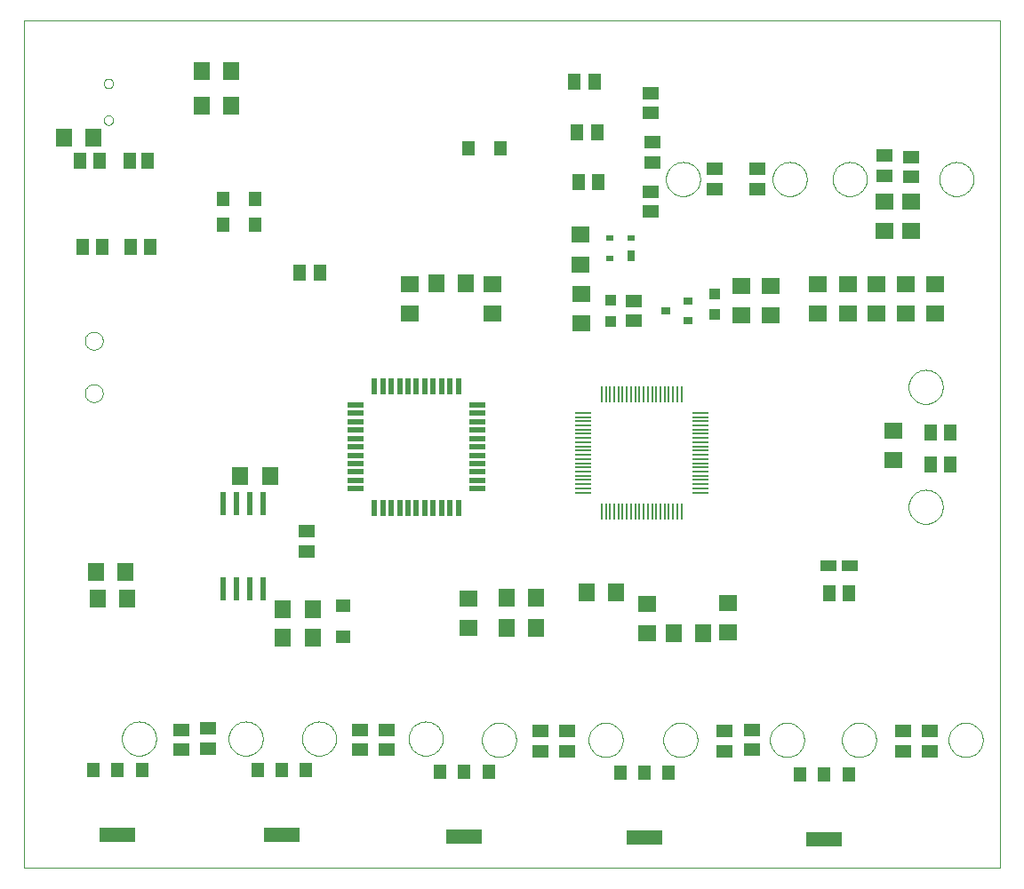
<source format=gtp>
G75*
G70*
%OFA0B0*%
%FSLAX24Y24*%
%IPPOS*%
%LPD*%
%AMOC8*
5,1,8,0,0,1.08239X$1,22.5*
%
%ADD10C,0.0000*%
%ADD11R,0.0630X0.0710*%
%ADD12R,0.0591X0.0512*%
%ADD13R,0.0512X0.0591*%
%ADD14R,0.0630X0.0709*%
%ADD15R,0.0710X0.0630*%
%ADD16R,0.0709X0.0630*%
%ADD17R,0.0630X0.0098*%
%ADD18R,0.0098X0.0630*%
%ADD19R,0.0394X0.0394*%
%ADD20R,0.0354X0.0315*%
%ADD21R,0.0591X0.0394*%
%ADD22R,0.0472X0.0551*%
%ADD23R,0.1378X0.0551*%
%ADD24R,0.0276X0.0394*%
%ADD25R,0.0276X0.0236*%
%ADD26R,0.0591X0.0197*%
%ADD27R,0.0197X0.0591*%
%ADD28R,0.0551X0.0472*%
%ADD29R,0.0240X0.0870*%
D10*
X000100Y000100D02*
X000100Y031896D01*
X036670Y031896D01*
X036670Y000100D01*
X000100Y000100D01*
X003760Y004950D02*
X003762Y005000D01*
X003768Y005050D01*
X003778Y005099D01*
X003791Y005148D01*
X003809Y005195D01*
X003830Y005241D01*
X003854Y005284D01*
X003882Y005326D01*
X003913Y005366D01*
X003947Y005403D01*
X003984Y005437D01*
X004024Y005468D01*
X004066Y005496D01*
X004109Y005520D01*
X004155Y005541D01*
X004202Y005559D01*
X004251Y005572D01*
X004300Y005582D01*
X004350Y005588D01*
X004400Y005590D01*
X004450Y005588D01*
X004500Y005582D01*
X004549Y005572D01*
X004598Y005559D01*
X004645Y005541D01*
X004691Y005520D01*
X004734Y005496D01*
X004776Y005468D01*
X004816Y005437D01*
X004853Y005403D01*
X004887Y005366D01*
X004918Y005326D01*
X004946Y005284D01*
X004970Y005241D01*
X004991Y005195D01*
X005009Y005148D01*
X005022Y005099D01*
X005032Y005050D01*
X005038Y005000D01*
X005040Y004950D01*
X005038Y004900D01*
X005032Y004850D01*
X005022Y004801D01*
X005009Y004752D01*
X004991Y004705D01*
X004970Y004659D01*
X004946Y004616D01*
X004918Y004574D01*
X004887Y004534D01*
X004853Y004497D01*
X004816Y004463D01*
X004776Y004432D01*
X004734Y004404D01*
X004691Y004380D01*
X004645Y004359D01*
X004598Y004341D01*
X004549Y004328D01*
X004500Y004318D01*
X004450Y004312D01*
X004400Y004310D01*
X004350Y004312D01*
X004300Y004318D01*
X004251Y004328D01*
X004202Y004341D01*
X004155Y004359D01*
X004109Y004380D01*
X004066Y004404D01*
X004024Y004432D01*
X003984Y004463D01*
X003947Y004497D01*
X003913Y004534D01*
X003882Y004574D01*
X003854Y004616D01*
X003830Y004659D01*
X003809Y004705D01*
X003791Y004752D01*
X003778Y004801D01*
X003768Y004850D01*
X003762Y004900D01*
X003760Y004950D01*
X007760Y004950D02*
X007762Y005000D01*
X007768Y005050D01*
X007778Y005099D01*
X007791Y005148D01*
X007809Y005195D01*
X007830Y005241D01*
X007854Y005284D01*
X007882Y005326D01*
X007913Y005366D01*
X007947Y005403D01*
X007984Y005437D01*
X008024Y005468D01*
X008066Y005496D01*
X008109Y005520D01*
X008155Y005541D01*
X008202Y005559D01*
X008251Y005572D01*
X008300Y005582D01*
X008350Y005588D01*
X008400Y005590D01*
X008450Y005588D01*
X008500Y005582D01*
X008549Y005572D01*
X008598Y005559D01*
X008645Y005541D01*
X008691Y005520D01*
X008734Y005496D01*
X008776Y005468D01*
X008816Y005437D01*
X008853Y005403D01*
X008887Y005366D01*
X008918Y005326D01*
X008946Y005284D01*
X008970Y005241D01*
X008991Y005195D01*
X009009Y005148D01*
X009022Y005099D01*
X009032Y005050D01*
X009038Y005000D01*
X009040Y004950D01*
X009038Y004900D01*
X009032Y004850D01*
X009022Y004801D01*
X009009Y004752D01*
X008991Y004705D01*
X008970Y004659D01*
X008946Y004616D01*
X008918Y004574D01*
X008887Y004534D01*
X008853Y004497D01*
X008816Y004463D01*
X008776Y004432D01*
X008734Y004404D01*
X008691Y004380D01*
X008645Y004359D01*
X008598Y004341D01*
X008549Y004328D01*
X008500Y004318D01*
X008450Y004312D01*
X008400Y004310D01*
X008350Y004312D01*
X008300Y004318D01*
X008251Y004328D01*
X008202Y004341D01*
X008155Y004359D01*
X008109Y004380D01*
X008066Y004404D01*
X008024Y004432D01*
X007984Y004463D01*
X007947Y004497D01*
X007913Y004534D01*
X007882Y004574D01*
X007854Y004616D01*
X007830Y004659D01*
X007809Y004705D01*
X007791Y004752D01*
X007778Y004801D01*
X007768Y004850D01*
X007762Y004900D01*
X007760Y004950D01*
X010510Y004950D02*
X010512Y005000D01*
X010518Y005050D01*
X010528Y005099D01*
X010541Y005148D01*
X010559Y005195D01*
X010580Y005241D01*
X010604Y005284D01*
X010632Y005326D01*
X010663Y005366D01*
X010697Y005403D01*
X010734Y005437D01*
X010774Y005468D01*
X010816Y005496D01*
X010859Y005520D01*
X010905Y005541D01*
X010952Y005559D01*
X011001Y005572D01*
X011050Y005582D01*
X011100Y005588D01*
X011150Y005590D01*
X011200Y005588D01*
X011250Y005582D01*
X011299Y005572D01*
X011348Y005559D01*
X011395Y005541D01*
X011441Y005520D01*
X011484Y005496D01*
X011526Y005468D01*
X011566Y005437D01*
X011603Y005403D01*
X011637Y005366D01*
X011668Y005326D01*
X011696Y005284D01*
X011720Y005241D01*
X011741Y005195D01*
X011759Y005148D01*
X011772Y005099D01*
X011782Y005050D01*
X011788Y005000D01*
X011790Y004950D01*
X011788Y004900D01*
X011782Y004850D01*
X011772Y004801D01*
X011759Y004752D01*
X011741Y004705D01*
X011720Y004659D01*
X011696Y004616D01*
X011668Y004574D01*
X011637Y004534D01*
X011603Y004497D01*
X011566Y004463D01*
X011526Y004432D01*
X011484Y004404D01*
X011441Y004380D01*
X011395Y004359D01*
X011348Y004341D01*
X011299Y004328D01*
X011250Y004318D01*
X011200Y004312D01*
X011150Y004310D01*
X011100Y004312D01*
X011050Y004318D01*
X011001Y004328D01*
X010952Y004341D01*
X010905Y004359D01*
X010859Y004380D01*
X010816Y004404D01*
X010774Y004432D01*
X010734Y004463D01*
X010697Y004497D01*
X010663Y004534D01*
X010632Y004574D01*
X010604Y004616D01*
X010580Y004659D01*
X010559Y004705D01*
X010541Y004752D01*
X010528Y004801D01*
X010518Y004850D01*
X010512Y004900D01*
X010510Y004950D01*
X014510Y004950D02*
X014512Y005000D01*
X014518Y005050D01*
X014528Y005099D01*
X014541Y005148D01*
X014559Y005195D01*
X014580Y005241D01*
X014604Y005284D01*
X014632Y005326D01*
X014663Y005366D01*
X014697Y005403D01*
X014734Y005437D01*
X014774Y005468D01*
X014816Y005496D01*
X014859Y005520D01*
X014905Y005541D01*
X014952Y005559D01*
X015001Y005572D01*
X015050Y005582D01*
X015100Y005588D01*
X015150Y005590D01*
X015200Y005588D01*
X015250Y005582D01*
X015299Y005572D01*
X015348Y005559D01*
X015395Y005541D01*
X015441Y005520D01*
X015484Y005496D01*
X015526Y005468D01*
X015566Y005437D01*
X015603Y005403D01*
X015637Y005366D01*
X015668Y005326D01*
X015696Y005284D01*
X015720Y005241D01*
X015741Y005195D01*
X015759Y005148D01*
X015772Y005099D01*
X015782Y005050D01*
X015788Y005000D01*
X015790Y004950D01*
X015788Y004900D01*
X015782Y004850D01*
X015772Y004801D01*
X015759Y004752D01*
X015741Y004705D01*
X015720Y004659D01*
X015696Y004616D01*
X015668Y004574D01*
X015637Y004534D01*
X015603Y004497D01*
X015566Y004463D01*
X015526Y004432D01*
X015484Y004404D01*
X015441Y004380D01*
X015395Y004359D01*
X015348Y004341D01*
X015299Y004328D01*
X015250Y004318D01*
X015200Y004312D01*
X015150Y004310D01*
X015100Y004312D01*
X015050Y004318D01*
X015001Y004328D01*
X014952Y004341D01*
X014905Y004359D01*
X014859Y004380D01*
X014816Y004404D01*
X014774Y004432D01*
X014734Y004463D01*
X014697Y004497D01*
X014663Y004534D01*
X014632Y004574D01*
X014604Y004616D01*
X014580Y004659D01*
X014559Y004705D01*
X014541Y004752D01*
X014528Y004801D01*
X014518Y004850D01*
X014512Y004900D01*
X014510Y004950D01*
X017260Y004900D02*
X017262Y004950D01*
X017268Y005000D01*
X017278Y005049D01*
X017291Y005098D01*
X017309Y005145D01*
X017330Y005191D01*
X017354Y005234D01*
X017382Y005276D01*
X017413Y005316D01*
X017447Y005353D01*
X017484Y005387D01*
X017524Y005418D01*
X017566Y005446D01*
X017609Y005470D01*
X017655Y005491D01*
X017702Y005509D01*
X017751Y005522D01*
X017800Y005532D01*
X017850Y005538D01*
X017900Y005540D01*
X017950Y005538D01*
X018000Y005532D01*
X018049Y005522D01*
X018098Y005509D01*
X018145Y005491D01*
X018191Y005470D01*
X018234Y005446D01*
X018276Y005418D01*
X018316Y005387D01*
X018353Y005353D01*
X018387Y005316D01*
X018418Y005276D01*
X018446Y005234D01*
X018470Y005191D01*
X018491Y005145D01*
X018509Y005098D01*
X018522Y005049D01*
X018532Y005000D01*
X018538Y004950D01*
X018540Y004900D01*
X018538Y004850D01*
X018532Y004800D01*
X018522Y004751D01*
X018509Y004702D01*
X018491Y004655D01*
X018470Y004609D01*
X018446Y004566D01*
X018418Y004524D01*
X018387Y004484D01*
X018353Y004447D01*
X018316Y004413D01*
X018276Y004382D01*
X018234Y004354D01*
X018191Y004330D01*
X018145Y004309D01*
X018098Y004291D01*
X018049Y004278D01*
X018000Y004268D01*
X017950Y004262D01*
X017900Y004260D01*
X017850Y004262D01*
X017800Y004268D01*
X017751Y004278D01*
X017702Y004291D01*
X017655Y004309D01*
X017609Y004330D01*
X017566Y004354D01*
X017524Y004382D01*
X017484Y004413D01*
X017447Y004447D01*
X017413Y004484D01*
X017382Y004524D01*
X017354Y004566D01*
X017330Y004609D01*
X017309Y004655D01*
X017291Y004702D01*
X017278Y004751D01*
X017268Y004800D01*
X017262Y004850D01*
X017260Y004900D01*
X021260Y004900D02*
X021262Y004950D01*
X021268Y005000D01*
X021278Y005049D01*
X021291Y005098D01*
X021309Y005145D01*
X021330Y005191D01*
X021354Y005234D01*
X021382Y005276D01*
X021413Y005316D01*
X021447Y005353D01*
X021484Y005387D01*
X021524Y005418D01*
X021566Y005446D01*
X021609Y005470D01*
X021655Y005491D01*
X021702Y005509D01*
X021751Y005522D01*
X021800Y005532D01*
X021850Y005538D01*
X021900Y005540D01*
X021950Y005538D01*
X022000Y005532D01*
X022049Y005522D01*
X022098Y005509D01*
X022145Y005491D01*
X022191Y005470D01*
X022234Y005446D01*
X022276Y005418D01*
X022316Y005387D01*
X022353Y005353D01*
X022387Y005316D01*
X022418Y005276D01*
X022446Y005234D01*
X022470Y005191D01*
X022491Y005145D01*
X022509Y005098D01*
X022522Y005049D01*
X022532Y005000D01*
X022538Y004950D01*
X022540Y004900D01*
X022538Y004850D01*
X022532Y004800D01*
X022522Y004751D01*
X022509Y004702D01*
X022491Y004655D01*
X022470Y004609D01*
X022446Y004566D01*
X022418Y004524D01*
X022387Y004484D01*
X022353Y004447D01*
X022316Y004413D01*
X022276Y004382D01*
X022234Y004354D01*
X022191Y004330D01*
X022145Y004309D01*
X022098Y004291D01*
X022049Y004278D01*
X022000Y004268D01*
X021950Y004262D01*
X021900Y004260D01*
X021850Y004262D01*
X021800Y004268D01*
X021751Y004278D01*
X021702Y004291D01*
X021655Y004309D01*
X021609Y004330D01*
X021566Y004354D01*
X021524Y004382D01*
X021484Y004413D01*
X021447Y004447D01*
X021413Y004484D01*
X021382Y004524D01*
X021354Y004566D01*
X021330Y004609D01*
X021309Y004655D01*
X021291Y004702D01*
X021278Y004751D01*
X021268Y004800D01*
X021262Y004850D01*
X021260Y004900D01*
X024060Y004900D02*
X024062Y004950D01*
X024068Y005000D01*
X024078Y005049D01*
X024091Y005098D01*
X024109Y005145D01*
X024130Y005191D01*
X024154Y005234D01*
X024182Y005276D01*
X024213Y005316D01*
X024247Y005353D01*
X024284Y005387D01*
X024324Y005418D01*
X024366Y005446D01*
X024409Y005470D01*
X024455Y005491D01*
X024502Y005509D01*
X024551Y005522D01*
X024600Y005532D01*
X024650Y005538D01*
X024700Y005540D01*
X024750Y005538D01*
X024800Y005532D01*
X024849Y005522D01*
X024898Y005509D01*
X024945Y005491D01*
X024991Y005470D01*
X025034Y005446D01*
X025076Y005418D01*
X025116Y005387D01*
X025153Y005353D01*
X025187Y005316D01*
X025218Y005276D01*
X025246Y005234D01*
X025270Y005191D01*
X025291Y005145D01*
X025309Y005098D01*
X025322Y005049D01*
X025332Y005000D01*
X025338Y004950D01*
X025340Y004900D01*
X025338Y004850D01*
X025332Y004800D01*
X025322Y004751D01*
X025309Y004702D01*
X025291Y004655D01*
X025270Y004609D01*
X025246Y004566D01*
X025218Y004524D01*
X025187Y004484D01*
X025153Y004447D01*
X025116Y004413D01*
X025076Y004382D01*
X025034Y004354D01*
X024991Y004330D01*
X024945Y004309D01*
X024898Y004291D01*
X024849Y004278D01*
X024800Y004268D01*
X024750Y004262D01*
X024700Y004260D01*
X024650Y004262D01*
X024600Y004268D01*
X024551Y004278D01*
X024502Y004291D01*
X024455Y004309D01*
X024409Y004330D01*
X024366Y004354D01*
X024324Y004382D01*
X024284Y004413D01*
X024247Y004447D01*
X024213Y004484D01*
X024182Y004524D01*
X024154Y004566D01*
X024130Y004609D01*
X024109Y004655D01*
X024091Y004702D01*
X024078Y004751D01*
X024068Y004800D01*
X024062Y004850D01*
X024060Y004900D01*
X028060Y004900D02*
X028062Y004950D01*
X028068Y005000D01*
X028078Y005049D01*
X028091Y005098D01*
X028109Y005145D01*
X028130Y005191D01*
X028154Y005234D01*
X028182Y005276D01*
X028213Y005316D01*
X028247Y005353D01*
X028284Y005387D01*
X028324Y005418D01*
X028366Y005446D01*
X028409Y005470D01*
X028455Y005491D01*
X028502Y005509D01*
X028551Y005522D01*
X028600Y005532D01*
X028650Y005538D01*
X028700Y005540D01*
X028750Y005538D01*
X028800Y005532D01*
X028849Y005522D01*
X028898Y005509D01*
X028945Y005491D01*
X028991Y005470D01*
X029034Y005446D01*
X029076Y005418D01*
X029116Y005387D01*
X029153Y005353D01*
X029187Y005316D01*
X029218Y005276D01*
X029246Y005234D01*
X029270Y005191D01*
X029291Y005145D01*
X029309Y005098D01*
X029322Y005049D01*
X029332Y005000D01*
X029338Y004950D01*
X029340Y004900D01*
X029338Y004850D01*
X029332Y004800D01*
X029322Y004751D01*
X029309Y004702D01*
X029291Y004655D01*
X029270Y004609D01*
X029246Y004566D01*
X029218Y004524D01*
X029187Y004484D01*
X029153Y004447D01*
X029116Y004413D01*
X029076Y004382D01*
X029034Y004354D01*
X028991Y004330D01*
X028945Y004309D01*
X028898Y004291D01*
X028849Y004278D01*
X028800Y004268D01*
X028750Y004262D01*
X028700Y004260D01*
X028650Y004262D01*
X028600Y004268D01*
X028551Y004278D01*
X028502Y004291D01*
X028455Y004309D01*
X028409Y004330D01*
X028366Y004354D01*
X028324Y004382D01*
X028284Y004413D01*
X028247Y004447D01*
X028213Y004484D01*
X028182Y004524D01*
X028154Y004566D01*
X028130Y004609D01*
X028109Y004655D01*
X028091Y004702D01*
X028078Y004751D01*
X028068Y004800D01*
X028062Y004850D01*
X028060Y004900D01*
X030760Y004900D02*
X030762Y004950D01*
X030768Y005000D01*
X030778Y005049D01*
X030791Y005098D01*
X030809Y005145D01*
X030830Y005191D01*
X030854Y005234D01*
X030882Y005276D01*
X030913Y005316D01*
X030947Y005353D01*
X030984Y005387D01*
X031024Y005418D01*
X031066Y005446D01*
X031109Y005470D01*
X031155Y005491D01*
X031202Y005509D01*
X031251Y005522D01*
X031300Y005532D01*
X031350Y005538D01*
X031400Y005540D01*
X031450Y005538D01*
X031500Y005532D01*
X031549Y005522D01*
X031598Y005509D01*
X031645Y005491D01*
X031691Y005470D01*
X031734Y005446D01*
X031776Y005418D01*
X031816Y005387D01*
X031853Y005353D01*
X031887Y005316D01*
X031918Y005276D01*
X031946Y005234D01*
X031970Y005191D01*
X031991Y005145D01*
X032009Y005098D01*
X032022Y005049D01*
X032032Y005000D01*
X032038Y004950D01*
X032040Y004900D01*
X032038Y004850D01*
X032032Y004800D01*
X032022Y004751D01*
X032009Y004702D01*
X031991Y004655D01*
X031970Y004609D01*
X031946Y004566D01*
X031918Y004524D01*
X031887Y004484D01*
X031853Y004447D01*
X031816Y004413D01*
X031776Y004382D01*
X031734Y004354D01*
X031691Y004330D01*
X031645Y004309D01*
X031598Y004291D01*
X031549Y004278D01*
X031500Y004268D01*
X031450Y004262D01*
X031400Y004260D01*
X031350Y004262D01*
X031300Y004268D01*
X031251Y004278D01*
X031202Y004291D01*
X031155Y004309D01*
X031109Y004330D01*
X031066Y004354D01*
X031024Y004382D01*
X030984Y004413D01*
X030947Y004447D01*
X030913Y004484D01*
X030882Y004524D01*
X030854Y004566D01*
X030830Y004609D01*
X030809Y004655D01*
X030791Y004702D01*
X030778Y004751D01*
X030768Y004800D01*
X030762Y004850D01*
X030760Y004900D01*
X034760Y004900D02*
X034762Y004950D01*
X034768Y005000D01*
X034778Y005049D01*
X034791Y005098D01*
X034809Y005145D01*
X034830Y005191D01*
X034854Y005234D01*
X034882Y005276D01*
X034913Y005316D01*
X034947Y005353D01*
X034984Y005387D01*
X035024Y005418D01*
X035066Y005446D01*
X035109Y005470D01*
X035155Y005491D01*
X035202Y005509D01*
X035251Y005522D01*
X035300Y005532D01*
X035350Y005538D01*
X035400Y005540D01*
X035450Y005538D01*
X035500Y005532D01*
X035549Y005522D01*
X035598Y005509D01*
X035645Y005491D01*
X035691Y005470D01*
X035734Y005446D01*
X035776Y005418D01*
X035816Y005387D01*
X035853Y005353D01*
X035887Y005316D01*
X035918Y005276D01*
X035946Y005234D01*
X035970Y005191D01*
X035991Y005145D01*
X036009Y005098D01*
X036022Y005049D01*
X036032Y005000D01*
X036038Y004950D01*
X036040Y004900D01*
X036038Y004850D01*
X036032Y004800D01*
X036022Y004751D01*
X036009Y004702D01*
X035991Y004655D01*
X035970Y004609D01*
X035946Y004566D01*
X035918Y004524D01*
X035887Y004484D01*
X035853Y004447D01*
X035816Y004413D01*
X035776Y004382D01*
X035734Y004354D01*
X035691Y004330D01*
X035645Y004309D01*
X035598Y004291D01*
X035549Y004278D01*
X035500Y004268D01*
X035450Y004262D01*
X035400Y004260D01*
X035350Y004262D01*
X035300Y004268D01*
X035251Y004278D01*
X035202Y004291D01*
X035155Y004309D01*
X035109Y004330D01*
X035066Y004354D01*
X035024Y004382D01*
X034984Y004413D01*
X034947Y004447D01*
X034913Y004484D01*
X034882Y004524D01*
X034854Y004566D01*
X034830Y004609D01*
X034809Y004655D01*
X034791Y004702D01*
X034778Y004751D01*
X034768Y004800D01*
X034762Y004850D01*
X034760Y004900D01*
X033260Y013650D02*
X033262Y013700D01*
X033268Y013750D01*
X033278Y013799D01*
X033291Y013848D01*
X033309Y013895D01*
X033330Y013941D01*
X033354Y013984D01*
X033382Y014026D01*
X033413Y014066D01*
X033447Y014103D01*
X033484Y014137D01*
X033524Y014168D01*
X033566Y014196D01*
X033609Y014220D01*
X033655Y014241D01*
X033702Y014259D01*
X033751Y014272D01*
X033800Y014282D01*
X033850Y014288D01*
X033900Y014290D01*
X033950Y014288D01*
X034000Y014282D01*
X034049Y014272D01*
X034098Y014259D01*
X034145Y014241D01*
X034191Y014220D01*
X034234Y014196D01*
X034276Y014168D01*
X034316Y014137D01*
X034353Y014103D01*
X034387Y014066D01*
X034418Y014026D01*
X034446Y013984D01*
X034470Y013941D01*
X034491Y013895D01*
X034509Y013848D01*
X034522Y013799D01*
X034532Y013750D01*
X034538Y013700D01*
X034540Y013650D01*
X034538Y013600D01*
X034532Y013550D01*
X034522Y013501D01*
X034509Y013452D01*
X034491Y013405D01*
X034470Y013359D01*
X034446Y013316D01*
X034418Y013274D01*
X034387Y013234D01*
X034353Y013197D01*
X034316Y013163D01*
X034276Y013132D01*
X034234Y013104D01*
X034191Y013080D01*
X034145Y013059D01*
X034098Y013041D01*
X034049Y013028D01*
X034000Y013018D01*
X033950Y013012D01*
X033900Y013010D01*
X033850Y013012D01*
X033800Y013018D01*
X033751Y013028D01*
X033702Y013041D01*
X033655Y013059D01*
X033609Y013080D01*
X033566Y013104D01*
X033524Y013132D01*
X033484Y013163D01*
X033447Y013197D01*
X033413Y013234D01*
X033382Y013274D01*
X033354Y013316D01*
X033330Y013359D01*
X033309Y013405D01*
X033291Y013452D01*
X033278Y013501D01*
X033268Y013550D01*
X033262Y013600D01*
X033260Y013650D01*
X033260Y018150D02*
X033262Y018200D01*
X033268Y018250D01*
X033278Y018299D01*
X033291Y018348D01*
X033309Y018395D01*
X033330Y018441D01*
X033354Y018484D01*
X033382Y018526D01*
X033413Y018566D01*
X033447Y018603D01*
X033484Y018637D01*
X033524Y018668D01*
X033566Y018696D01*
X033609Y018720D01*
X033655Y018741D01*
X033702Y018759D01*
X033751Y018772D01*
X033800Y018782D01*
X033850Y018788D01*
X033900Y018790D01*
X033950Y018788D01*
X034000Y018782D01*
X034049Y018772D01*
X034098Y018759D01*
X034145Y018741D01*
X034191Y018720D01*
X034234Y018696D01*
X034276Y018668D01*
X034316Y018637D01*
X034353Y018603D01*
X034387Y018566D01*
X034418Y018526D01*
X034446Y018484D01*
X034470Y018441D01*
X034491Y018395D01*
X034509Y018348D01*
X034522Y018299D01*
X034532Y018250D01*
X034538Y018200D01*
X034540Y018150D01*
X034538Y018100D01*
X034532Y018050D01*
X034522Y018001D01*
X034509Y017952D01*
X034491Y017905D01*
X034470Y017859D01*
X034446Y017816D01*
X034418Y017774D01*
X034387Y017734D01*
X034353Y017697D01*
X034316Y017663D01*
X034276Y017632D01*
X034234Y017604D01*
X034191Y017580D01*
X034145Y017559D01*
X034098Y017541D01*
X034049Y017528D01*
X034000Y017518D01*
X033950Y017512D01*
X033900Y017510D01*
X033850Y017512D01*
X033800Y017518D01*
X033751Y017528D01*
X033702Y017541D01*
X033655Y017559D01*
X033609Y017580D01*
X033566Y017604D01*
X033524Y017632D01*
X033484Y017663D01*
X033447Y017697D01*
X033413Y017734D01*
X033382Y017774D01*
X033354Y017816D01*
X033330Y017859D01*
X033309Y017905D01*
X033291Y017952D01*
X033278Y018001D01*
X033268Y018050D01*
X033262Y018100D01*
X033260Y018150D01*
X034410Y025950D02*
X034412Y026000D01*
X034418Y026050D01*
X034428Y026099D01*
X034441Y026148D01*
X034459Y026195D01*
X034480Y026241D01*
X034504Y026284D01*
X034532Y026326D01*
X034563Y026366D01*
X034597Y026403D01*
X034634Y026437D01*
X034674Y026468D01*
X034716Y026496D01*
X034759Y026520D01*
X034805Y026541D01*
X034852Y026559D01*
X034901Y026572D01*
X034950Y026582D01*
X035000Y026588D01*
X035050Y026590D01*
X035100Y026588D01*
X035150Y026582D01*
X035199Y026572D01*
X035248Y026559D01*
X035295Y026541D01*
X035341Y026520D01*
X035384Y026496D01*
X035426Y026468D01*
X035466Y026437D01*
X035503Y026403D01*
X035537Y026366D01*
X035568Y026326D01*
X035596Y026284D01*
X035620Y026241D01*
X035641Y026195D01*
X035659Y026148D01*
X035672Y026099D01*
X035682Y026050D01*
X035688Y026000D01*
X035690Y025950D01*
X035688Y025900D01*
X035682Y025850D01*
X035672Y025801D01*
X035659Y025752D01*
X035641Y025705D01*
X035620Y025659D01*
X035596Y025616D01*
X035568Y025574D01*
X035537Y025534D01*
X035503Y025497D01*
X035466Y025463D01*
X035426Y025432D01*
X035384Y025404D01*
X035341Y025380D01*
X035295Y025359D01*
X035248Y025341D01*
X035199Y025328D01*
X035150Y025318D01*
X035100Y025312D01*
X035050Y025310D01*
X035000Y025312D01*
X034950Y025318D01*
X034901Y025328D01*
X034852Y025341D01*
X034805Y025359D01*
X034759Y025380D01*
X034716Y025404D01*
X034674Y025432D01*
X034634Y025463D01*
X034597Y025497D01*
X034563Y025534D01*
X034532Y025574D01*
X034504Y025616D01*
X034480Y025659D01*
X034459Y025705D01*
X034441Y025752D01*
X034428Y025801D01*
X034418Y025850D01*
X034412Y025900D01*
X034410Y025950D01*
X030410Y025950D02*
X030412Y026000D01*
X030418Y026050D01*
X030428Y026099D01*
X030441Y026148D01*
X030459Y026195D01*
X030480Y026241D01*
X030504Y026284D01*
X030532Y026326D01*
X030563Y026366D01*
X030597Y026403D01*
X030634Y026437D01*
X030674Y026468D01*
X030716Y026496D01*
X030759Y026520D01*
X030805Y026541D01*
X030852Y026559D01*
X030901Y026572D01*
X030950Y026582D01*
X031000Y026588D01*
X031050Y026590D01*
X031100Y026588D01*
X031150Y026582D01*
X031199Y026572D01*
X031248Y026559D01*
X031295Y026541D01*
X031341Y026520D01*
X031384Y026496D01*
X031426Y026468D01*
X031466Y026437D01*
X031503Y026403D01*
X031537Y026366D01*
X031568Y026326D01*
X031596Y026284D01*
X031620Y026241D01*
X031641Y026195D01*
X031659Y026148D01*
X031672Y026099D01*
X031682Y026050D01*
X031688Y026000D01*
X031690Y025950D01*
X031688Y025900D01*
X031682Y025850D01*
X031672Y025801D01*
X031659Y025752D01*
X031641Y025705D01*
X031620Y025659D01*
X031596Y025616D01*
X031568Y025574D01*
X031537Y025534D01*
X031503Y025497D01*
X031466Y025463D01*
X031426Y025432D01*
X031384Y025404D01*
X031341Y025380D01*
X031295Y025359D01*
X031248Y025341D01*
X031199Y025328D01*
X031150Y025318D01*
X031100Y025312D01*
X031050Y025310D01*
X031000Y025312D01*
X030950Y025318D01*
X030901Y025328D01*
X030852Y025341D01*
X030805Y025359D01*
X030759Y025380D01*
X030716Y025404D01*
X030674Y025432D01*
X030634Y025463D01*
X030597Y025497D01*
X030563Y025534D01*
X030532Y025574D01*
X030504Y025616D01*
X030480Y025659D01*
X030459Y025705D01*
X030441Y025752D01*
X030428Y025801D01*
X030418Y025850D01*
X030412Y025900D01*
X030410Y025950D01*
X028160Y025950D02*
X028162Y026000D01*
X028168Y026050D01*
X028178Y026099D01*
X028191Y026148D01*
X028209Y026195D01*
X028230Y026241D01*
X028254Y026284D01*
X028282Y026326D01*
X028313Y026366D01*
X028347Y026403D01*
X028384Y026437D01*
X028424Y026468D01*
X028466Y026496D01*
X028509Y026520D01*
X028555Y026541D01*
X028602Y026559D01*
X028651Y026572D01*
X028700Y026582D01*
X028750Y026588D01*
X028800Y026590D01*
X028850Y026588D01*
X028900Y026582D01*
X028949Y026572D01*
X028998Y026559D01*
X029045Y026541D01*
X029091Y026520D01*
X029134Y026496D01*
X029176Y026468D01*
X029216Y026437D01*
X029253Y026403D01*
X029287Y026366D01*
X029318Y026326D01*
X029346Y026284D01*
X029370Y026241D01*
X029391Y026195D01*
X029409Y026148D01*
X029422Y026099D01*
X029432Y026050D01*
X029438Y026000D01*
X029440Y025950D01*
X029438Y025900D01*
X029432Y025850D01*
X029422Y025801D01*
X029409Y025752D01*
X029391Y025705D01*
X029370Y025659D01*
X029346Y025616D01*
X029318Y025574D01*
X029287Y025534D01*
X029253Y025497D01*
X029216Y025463D01*
X029176Y025432D01*
X029134Y025404D01*
X029091Y025380D01*
X029045Y025359D01*
X028998Y025341D01*
X028949Y025328D01*
X028900Y025318D01*
X028850Y025312D01*
X028800Y025310D01*
X028750Y025312D01*
X028700Y025318D01*
X028651Y025328D01*
X028602Y025341D01*
X028555Y025359D01*
X028509Y025380D01*
X028466Y025404D01*
X028424Y025432D01*
X028384Y025463D01*
X028347Y025497D01*
X028313Y025534D01*
X028282Y025574D01*
X028254Y025616D01*
X028230Y025659D01*
X028209Y025705D01*
X028191Y025752D01*
X028178Y025801D01*
X028168Y025850D01*
X028162Y025900D01*
X028160Y025950D01*
X024160Y025950D02*
X024162Y026000D01*
X024168Y026050D01*
X024178Y026099D01*
X024191Y026148D01*
X024209Y026195D01*
X024230Y026241D01*
X024254Y026284D01*
X024282Y026326D01*
X024313Y026366D01*
X024347Y026403D01*
X024384Y026437D01*
X024424Y026468D01*
X024466Y026496D01*
X024509Y026520D01*
X024555Y026541D01*
X024602Y026559D01*
X024651Y026572D01*
X024700Y026582D01*
X024750Y026588D01*
X024800Y026590D01*
X024850Y026588D01*
X024900Y026582D01*
X024949Y026572D01*
X024998Y026559D01*
X025045Y026541D01*
X025091Y026520D01*
X025134Y026496D01*
X025176Y026468D01*
X025216Y026437D01*
X025253Y026403D01*
X025287Y026366D01*
X025318Y026326D01*
X025346Y026284D01*
X025370Y026241D01*
X025391Y026195D01*
X025409Y026148D01*
X025422Y026099D01*
X025432Y026050D01*
X025438Y026000D01*
X025440Y025950D01*
X025438Y025900D01*
X025432Y025850D01*
X025422Y025801D01*
X025409Y025752D01*
X025391Y025705D01*
X025370Y025659D01*
X025346Y025616D01*
X025318Y025574D01*
X025287Y025534D01*
X025253Y025497D01*
X025216Y025463D01*
X025176Y025432D01*
X025134Y025404D01*
X025091Y025380D01*
X025045Y025359D01*
X024998Y025341D01*
X024949Y025328D01*
X024900Y025318D01*
X024850Y025312D01*
X024800Y025310D01*
X024750Y025312D01*
X024700Y025318D01*
X024651Y025328D01*
X024602Y025341D01*
X024555Y025359D01*
X024509Y025380D01*
X024466Y025404D01*
X024424Y025432D01*
X024384Y025463D01*
X024347Y025497D01*
X024313Y025534D01*
X024282Y025574D01*
X024254Y025616D01*
X024230Y025659D01*
X024209Y025705D01*
X024191Y025752D01*
X024178Y025801D01*
X024168Y025850D01*
X024162Y025900D01*
X024160Y025950D01*
X003073Y028161D02*
X003075Y028187D01*
X003081Y028213D01*
X003091Y028238D01*
X003104Y028261D01*
X003120Y028281D01*
X003140Y028299D01*
X003162Y028314D01*
X003185Y028326D01*
X003211Y028334D01*
X003237Y028338D01*
X003263Y028338D01*
X003289Y028334D01*
X003315Y028326D01*
X003339Y028314D01*
X003360Y028299D01*
X003380Y028281D01*
X003396Y028261D01*
X003409Y028238D01*
X003419Y028213D01*
X003425Y028187D01*
X003427Y028161D01*
X003425Y028135D01*
X003419Y028109D01*
X003409Y028084D01*
X003396Y028061D01*
X003380Y028041D01*
X003360Y028023D01*
X003338Y028008D01*
X003315Y027996D01*
X003289Y027988D01*
X003263Y027984D01*
X003237Y027984D01*
X003211Y027988D01*
X003185Y027996D01*
X003161Y028008D01*
X003140Y028023D01*
X003120Y028041D01*
X003104Y028061D01*
X003091Y028084D01*
X003081Y028109D01*
X003075Y028135D01*
X003073Y028161D01*
X003073Y029539D02*
X003075Y029565D01*
X003081Y029591D01*
X003091Y029616D01*
X003104Y029639D01*
X003120Y029659D01*
X003140Y029677D01*
X003162Y029692D01*
X003185Y029704D01*
X003211Y029712D01*
X003237Y029716D01*
X003263Y029716D01*
X003289Y029712D01*
X003315Y029704D01*
X003339Y029692D01*
X003360Y029677D01*
X003380Y029659D01*
X003396Y029639D01*
X003409Y029616D01*
X003419Y029591D01*
X003425Y029565D01*
X003427Y029539D01*
X003425Y029513D01*
X003419Y029487D01*
X003409Y029462D01*
X003396Y029439D01*
X003380Y029419D01*
X003360Y029401D01*
X003338Y029386D01*
X003315Y029374D01*
X003289Y029366D01*
X003263Y029362D01*
X003237Y029362D01*
X003211Y029366D01*
X003185Y029374D01*
X003161Y029386D01*
X003140Y029401D01*
X003120Y029419D01*
X003104Y029439D01*
X003091Y029462D01*
X003081Y029487D01*
X003075Y029513D01*
X003073Y029539D01*
X002369Y019884D02*
X002371Y019920D01*
X002377Y019956D01*
X002387Y019991D01*
X002400Y020025D01*
X002417Y020057D01*
X002437Y020087D01*
X002461Y020114D01*
X002487Y020139D01*
X002516Y020161D01*
X002547Y020180D01*
X002580Y020195D01*
X002614Y020207D01*
X002650Y020215D01*
X002686Y020219D01*
X002722Y020219D01*
X002758Y020215D01*
X002794Y020207D01*
X002828Y020195D01*
X002861Y020180D01*
X002892Y020161D01*
X002921Y020139D01*
X002947Y020114D01*
X002971Y020087D01*
X002991Y020057D01*
X003008Y020025D01*
X003021Y019991D01*
X003031Y019956D01*
X003037Y019920D01*
X003039Y019884D01*
X003037Y019848D01*
X003031Y019812D01*
X003021Y019777D01*
X003008Y019743D01*
X002991Y019711D01*
X002971Y019681D01*
X002947Y019654D01*
X002921Y019629D01*
X002892Y019607D01*
X002861Y019588D01*
X002828Y019573D01*
X002794Y019561D01*
X002758Y019553D01*
X002722Y019549D01*
X002686Y019549D01*
X002650Y019553D01*
X002614Y019561D01*
X002580Y019573D01*
X002547Y019588D01*
X002516Y019607D01*
X002487Y019629D01*
X002461Y019654D01*
X002437Y019681D01*
X002417Y019711D01*
X002400Y019743D01*
X002387Y019777D01*
X002377Y019812D01*
X002371Y019848D01*
X002369Y019884D01*
X002369Y017916D02*
X002371Y017952D01*
X002377Y017988D01*
X002387Y018023D01*
X002400Y018057D01*
X002417Y018089D01*
X002437Y018119D01*
X002461Y018146D01*
X002487Y018171D01*
X002516Y018193D01*
X002547Y018212D01*
X002580Y018227D01*
X002614Y018239D01*
X002650Y018247D01*
X002686Y018251D01*
X002722Y018251D01*
X002758Y018247D01*
X002794Y018239D01*
X002828Y018227D01*
X002861Y018212D01*
X002892Y018193D01*
X002921Y018171D01*
X002947Y018146D01*
X002971Y018119D01*
X002991Y018089D01*
X003008Y018057D01*
X003021Y018023D01*
X003031Y017988D01*
X003037Y017952D01*
X003039Y017916D01*
X003037Y017880D01*
X003031Y017844D01*
X003021Y017809D01*
X003008Y017775D01*
X002991Y017743D01*
X002971Y017713D01*
X002947Y017686D01*
X002921Y017661D01*
X002892Y017639D01*
X002861Y017620D01*
X002828Y017605D01*
X002794Y017593D01*
X002758Y017585D01*
X002722Y017581D01*
X002686Y017581D01*
X002650Y017585D01*
X002614Y017593D01*
X002580Y017605D01*
X002547Y017620D01*
X002516Y017639D01*
X002487Y017661D01*
X002461Y017686D01*
X002437Y017713D01*
X002417Y017743D01*
X002400Y017775D01*
X002387Y017809D01*
X002377Y017844D01*
X002371Y017880D01*
X002369Y017916D01*
D11*
X008190Y014800D03*
X009310Y014800D03*
X009790Y009800D03*
X009790Y008750D03*
X010910Y008750D03*
X010910Y009800D03*
X024440Y008900D03*
X025560Y008900D03*
X016660Y022050D03*
X015540Y022050D03*
D12*
X022950Y021374D03*
X022950Y020626D03*
X023600Y024726D03*
X023600Y025474D03*
X023650Y026576D03*
X023650Y027324D03*
X023600Y028426D03*
X023600Y029174D03*
X026000Y026324D03*
X026000Y025576D03*
X027600Y025576D03*
X027600Y026324D03*
X032350Y026076D03*
X032350Y026824D03*
X033350Y026774D03*
X033350Y026026D03*
X010700Y012724D03*
X010700Y011976D03*
X012700Y005274D03*
X012700Y004526D03*
X013700Y004526D03*
X013700Y005274D03*
X019450Y005224D03*
X019450Y004476D03*
X020450Y004476D03*
X020450Y005224D03*
X026350Y005224D03*
X027400Y005274D03*
X027400Y004526D03*
X026350Y004476D03*
X033050Y004476D03*
X034050Y004476D03*
X034050Y005224D03*
X033050Y005224D03*
X007000Y005324D03*
X007000Y004576D03*
X006000Y004526D03*
X006000Y005274D03*
D13*
X010426Y022450D03*
X011174Y022450D03*
X004824Y023400D03*
X004076Y023400D03*
X003024Y023400D03*
X002276Y023400D03*
X002176Y026650D03*
X002924Y026650D03*
X004065Y026650D03*
X004735Y026650D03*
X020726Y029600D03*
X021474Y029600D03*
X021574Y027700D03*
X020826Y027700D03*
X020876Y025850D03*
X021624Y025850D03*
X034076Y016450D03*
X034824Y016450D03*
X034824Y015250D03*
X034076Y015250D03*
X031024Y010400D03*
X030276Y010400D03*
D14*
X022301Y010450D03*
X021199Y010450D03*
X019301Y010250D03*
X018199Y010250D03*
X018199Y009100D03*
X019301Y009100D03*
X003951Y010200D03*
X002849Y010200D03*
X002799Y011200D03*
X003901Y011200D03*
X002701Y027500D03*
X001599Y027500D03*
X006749Y028700D03*
X007851Y028700D03*
X007851Y030000D03*
X006749Y030000D03*
D15*
X020950Y023860D03*
X020950Y022740D03*
X032350Y023990D03*
X033350Y023990D03*
X033350Y025110D03*
X032350Y025110D03*
X016750Y010210D03*
X016750Y009090D03*
D16*
X023450Y008899D03*
X023450Y010001D03*
X026500Y010051D03*
X026500Y008949D03*
X032700Y015399D03*
X032700Y016501D03*
X033150Y020899D03*
X032050Y020899D03*
X031000Y020899D03*
X029850Y020899D03*
X029850Y022001D03*
X031000Y022001D03*
X032050Y022001D03*
X033150Y022001D03*
X034250Y022001D03*
X034250Y020899D03*
X028100Y020849D03*
X027000Y020849D03*
X027000Y021951D03*
X028100Y021951D03*
X021000Y021651D03*
X021000Y020549D03*
X017650Y020899D03*
X017650Y022001D03*
X014550Y022001D03*
X014550Y020899D03*
D17*
X021039Y017176D03*
X021039Y017019D03*
X021039Y016861D03*
X021039Y016704D03*
X021039Y016546D03*
X021039Y016389D03*
X021039Y016232D03*
X021039Y016074D03*
X021039Y015917D03*
X021039Y015759D03*
X021039Y015602D03*
X021039Y015444D03*
X021039Y015287D03*
X021039Y015129D03*
X021039Y014972D03*
X021039Y014814D03*
X021039Y014657D03*
X021039Y014499D03*
X021039Y014342D03*
X021039Y014184D03*
X025449Y014184D03*
X025449Y014342D03*
X025449Y014499D03*
X025449Y014657D03*
X025449Y014814D03*
X025449Y014972D03*
X025449Y015129D03*
X025449Y015287D03*
X025449Y015444D03*
X025449Y015602D03*
X025449Y015759D03*
X025449Y015917D03*
X025449Y016074D03*
X025449Y016232D03*
X025449Y016389D03*
X025449Y016546D03*
X025449Y016704D03*
X025449Y016861D03*
X025449Y017019D03*
X025449Y017176D03*
D18*
X024740Y017885D03*
X024583Y017885D03*
X024425Y017885D03*
X024268Y017885D03*
X024110Y017885D03*
X023953Y017885D03*
X023795Y017885D03*
X023638Y017885D03*
X023480Y017885D03*
X023323Y017885D03*
X023165Y017885D03*
X023008Y017885D03*
X022850Y017885D03*
X022693Y017885D03*
X022535Y017885D03*
X022378Y017885D03*
X022220Y017885D03*
X022063Y017885D03*
X021905Y017885D03*
X021748Y017885D03*
X021748Y013476D03*
X021905Y013476D03*
X022063Y013476D03*
X022220Y013476D03*
X022378Y013476D03*
X022535Y013476D03*
X022693Y013476D03*
X022850Y013476D03*
X023008Y013476D03*
X023165Y013476D03*
X023323Y013476D03*
X023480Y013476D03*
X023638Y013476D03*
X023795Y013476D03*
X023953Y013476D03*
X024110Y013476D03*
X024268Y013476D03*
X024425Y013476D03*
X024583Y013476D03*
X024740Y013476D03*
D19*
X022100Y020606D03*
X022100Y021394D03*
X026000Y021644D03*
X026000Y020856D03*
D20*
X024994Y020626D03*
X024994Y021374D03*
X024167Y021000D03*
D21*
X030236Y011450D03*
X031064Y011450D03*
D22*
X031010Y003620D03*
X030100Y003620D03*
X029190Y003620D03*
X024260Y003670D03*
X023350Y003670D03*
X022440Y003670D03*
X017510Y003720D03*
X016600Y003720D03*
X015690Y003720D03*
X010660Y003770D03*
X009750Y003770D03*
X008840Y003770D03*
X004510Y003770D03*
X003600Y003770D03*
X002690Y003770D03*
X007559Y024250D03*
X007559Y025200D03*
X008741Y025200D03*
X008741Y024250D03*
X016759Y027100D03*
X017941Y027100D03*
D23*
X016600Y001280D03*
X023350Y001230D03*
X030100Y001180D03*
X009750Y001330D03*
X003600Y001330D03*
D24*
X022844Y023055D03*
D25*
X022844Y023724D03*
X022056Y023724D03*
X022056Y022976D03*
D26*
X017083Y017475D03*
X017083Y017160D03*
X017083Y016845D03*
X017083Y016530D03*
X017083Y016215D03*
X017083Y015900D03*
X017083Y015585D03*
X017083Y015270D03*
X017083Y014955D03*
X017083Y014640D03*
X017083Y014325D03*
X012517Y014325D03*
X012517Y014640D03*
X012517Y014955D03*
X012517Y015270D03*
X012517Y015585D03*
X012517Y015900D03*
X012517Y016215D03*
X012517Y016530D03*
X012517Y016845D03*
X012517Y017160D03*
X012517Y017475D03*
D27*
X013225Y018183D03*
X013540Y018183D03*
X013855Y018183D03*
X014170Y018183D03*
X014485Y018183D03*
X014800Y018183D03*
X015115Y018183D03*
X015430Y018183D03*
X015745Y018183D03*
X016060Y018183D03*
X016375Y018183D03*
X016375Y013617D03*
X016060Y013617D03*
X015745Y013617D03*
X015430Y013617D03*
X015115Y013617D03*
X014800Y013617D03*
X014485Y013617D03*
X014170Y013617D03*
X013855Y013617D03*
X013540Y013617D03*
X013225Y013617D03*
D28*
X012050Y009941D03*
X012050Y008759D03*
D29*
X009050Y010570D03*
X008550Y010570D03*
X008050Y010570D03*
X007550Y010570D03*
X007550Y013755D03*
X008050Y013755D03*
X008550Y013755D03*
X009050Y013755D03*
M02*

</source>
